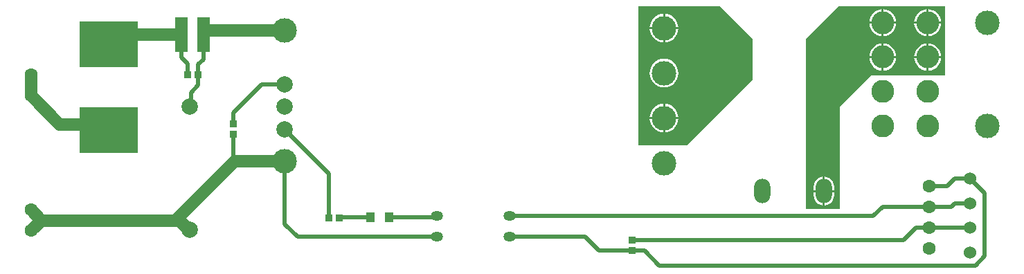
<source format=gbr>
%TF.GenerationSoftware,Altium Limited,Altium Designer,19.1.8 (144)*%
G04 Layer_Physical_Order=1*
G04 Layer_Color=255*
%FSLAX26Y26*%
%MOIN*%
%TF.FileFunction,Copper,L1,Top,Signal*%
%TF.Part,Single*%
G01*
G75*
%TA.AperFunction,SMDPad,CuDef*%
%ADD10R,0.098425X0.196850*%
%ADD11O,0.059055X0.047244*%
%ADD12R,0.043307X0.051181*%
%ADD13R,0.033465X0.037402*%
%ADD14R,0.062992X0.169291*%
%ADD15R,0.284646X0.220472*%
%ADD16R,0.037402X0.033465*%
%TA.AperFunction,Conductor*%
%ADD17C,0.019685*%
%ADD18C,0.059055*%
%ADD19C,0.078740*%
%TA.AperFunction,ComponentPad*%
%ADD20O,0.078740X0.118110*%
%ADD21C,0.118110*%
%ADD22C,0.110240*%
%ADD23C,0.060000*%
%ADD24C,0.062992*%
%ADD25C,0.118110*%
%ADD26C,0.078740*%
G36*
X5314961Y4803150D02*
Y4606299D01*
X5000000Y4291339D01*
X4763779D01*
Y4960630D01*
X5157480D01*
X5314961Y4803150D01*
D02*
G37*
G36*
X6240158Y4625984D02*
X5885827D01*
X5734312Y4474470D01*
Y3983622D01*
X5570866D01*
X5570866Y4803150D01*
X5728346Y4960630D01*
X6240158D01*
Y4625984D01*
D02*
G37*
%LPC*%
G36*
X4892992Y4923700D02*
Y4859803D01*
X4956889D01*
X4956048Y4868340D01*
X4952099Y4881357D01*
X4945687Y4893354D01*
X4937058Y4903869D01*
X4926543Y4912498D01*
X4914546Y4918910D01*
X4901529Y4922859D01*
X4892992Y4923700D01*
D02*
G37*
G36*
X4882992D02*
X4874455Y4922859D01*
X4861438Y4918910D01*
X4849441Y4912498D01*
X4838926Y4903869D01*
X4830297Y4893354D01*
X4823885Y4881357D01*
X4819936Y4868340D01*
X4819095Y4859803D01*
X4882992D01*
Y4923700D01*
D02*
G37*
G36*
X4956889Y4849803D02*
X4892992D01*
Y4785906D01*
X4901529Y4786747D01*
X4914546Y4790696D01*
X4926543Y4797108D01*
X4937058Y4805738D01*
X4945687Y4816252D01*
X4952099Y4828249D01*
X4956048Y4841266D01*
X4956889Y4849803D01*
D02*
G37*
G36*
X4882992D02*
X4819095D01*
X4819936Y4841266D01*
X4823885Y4828249D01*
X4830297Y4816252D01*
X4838926Y4805738D01*
X4849441Y4797108D01*
X4861438Y4790696D01*
X4874455Y4786747D01*
X4882992Y4785906D01*
Y4849803D01*
D02*
G37*
G36*
X4887992Y4707657D02*
X4874455Y4706324D01*
X4861438Y4702375D01*
X4849441Y4695963D01*
X4838926Y4687333D01*
X4830297Y4676818D01*
X4823885Y4664822D01*
X4819936Y4651805D01*
X4818603Y4638268D01*
X4819936Y4624730D01*
X4823885Y4611714D01*
X4830297Y4599717D01*
X4838926Y4589202D01*
X4849441Y4580573D01*
X4861438Y4574160D01*
X4874455Y4570212D01*
X4887992Y4568878D01*
X4901529Y4570212D01*
X4914546Y4574160D01*
X4926543Y4580573D01*
X4937058Y4589202D01*
X4945687Y4599717D01*
X4952099Y4611714D01*
X4956048Y4624730D01*
X4957381Y4638268D01*
X4956048Y4651805D01*
X4952099Y4664822D01*
X4945687Y4676818D01*
X4937058Y4687333D01*
X4926543Y4695963D01*
X4914546Y4702375D01*
X4901529Y4706324D01*
X4887992Y4707657D01*
D02*
G37*
G36*
X4892992Y4490629D02*
Y4426732D01*
X4956889D01*
X4956048Y4435270D01*
X4952099Y4448286D01*
X4945687Y4460283D01*
X4937058Y4470798D01*
X4926543Y4479427D01*
X4914546Y4485840D01*
X4901529Y4489788D01*
X4892992Y4490629D01*
D02*
G37*
G36*
X4882992D02*
X4874455Y4489788D01*
X4861438Y4485840D01*
X4849441Y4479427D01*
X4838926Y4470798D01*
X4830297Y4460283D01*
X4823885Y4448286D01*
X4819936Y4435270D01*
X4819095Y4426732D01*
X4882992D01*
Y4490629D01*
D02*
G37*
G36*
X4956889Y4416732D02*
X4892992D01*
Y4352836D01*
X4901529Y4353676D01*
X4914546Y4357625D01*
X4926543Y4364037D01*
X4937058Y4372667D01*
X4945687Y4383182D01*
X4952099Y4395178D01*
X4956048Y4408195D01*
X4956889Y4416732D01*
D02*
G37*
G36*
X4882992D02*
X4819095D01*
X4819936Y4408195D01*
X4823885Y4395178D01*
X4830297Y4383182D01*
X4838926Y4372667D01*
X4849441Y4364037D01*
X4861438Y4357625D01*
X4874455Y4353676D01*
X4882992Y4352836D01*
Y4416732D01*
D02*
G37*
G36*
X6162600Y4946003D02*
Y4886060D01*
X6222543D01*
X6221778Y4893826D01*
X6218054Y4906101D01*
X6212007Y4917414D01*
X6203870Y4927330D01*
X6193954Y4935467D01*
X6182641Y4941514D01*
X6170366Y4945238D01*
X6162600Y4946003D01*
D02*
G37*
G36*
X5946060D02*
Y4886060D01*
X6006003D01*
X6005238Y4893826D01*
X6001514Y4906101D01*
X5995467Y4917414D01*
X5987330Y4927330D01*
X5977414Y4935467D01*
X5966101Y4941514D01*
X5953826Y4945238D01*
X5946060Y4946003D01*
D02*
G37*
G36*
X6152600D02*
X6144834Y4945238D01*
X6132559Y4941514D01*
X6121246Y4935467D01*
X6111330Y4927330D01*
X6103193Y4917414D01*
X6097146Y4906101D01*
X6093422Y4893826D01*
X6092657Y4886060D01*
X6152600D01*
Y4946003D01*
D02*
G37*
G36*
X5936060D02*
X5928294Y4945238D01*
X5916019Y4941514D01*
X5904706Y4935467D01*
X5894790Y4927330D01*
X5886653Y4917414D01*
X5880606Y4906101D01*
X5876882Y4893826D01*
X5876117Y4886060D01*
X5936060D01*
Y4946003D01*
D02*
G37*
G36*
X6222543Y4876060D02*
X6162600D01*
Y4816117D01*
X6170366Y4816882D01*
X6182641Y4820606D01*
X6193954Y4826653D01*
X6203870Y4834790D01*
X6212007Y4844706D01*
X6218054Y4856019D01*
X6221778Y4868294D01*
X6222543Y4876060D01*
D02*
G37*
G36*
X6006003D02*
X5946060D01*
Y4816117D01*
X5953826Y4816882D01*
X5966101Y4820606D01*
X5977414Y4826653D01*
X5987330Y4834790D01*
X5995467Y4844706D01*
X6001514Y4856019D01*
X6005238Y4868294D01*
X6006003Y4876060D01*
D02*
G37*
G36*
X6152600D02*
X6092657D01*
X6093422Y4868294D01*
X6097146Y4856019D01*
X6103193Y4844706D01*
X6111330Y4834790D01*
X6121246Y4826653D01*
X6132559Y4820606D01*
X6144834Y4816882D01*
X6152600Y4816117D01*
Y4876060D01*
D02*
G37*
G36*
X5936060D02*
X5876117D01*
X5876882Y4868294D01*
X5880606Y4856019D01*
X5886653Y4844706D01*
X5894790Y4834790D01*
X5904706Y4826653D01*
X5916019Y4820606D01*
X5928294Y4816882D01*
X5936060Y4816117D01*
Y4876060D01*
D02*
G37*
G36*
X6162600Y4780653D02*
Y4720710D01*
X6222543D01*
X6221778Y4728476D01*
X6218054Y4740751D01*
X6212007Y4752064D01*
X6203870Y4761980D01*
X6193954Y4770117D01*
X6182641Y4776164D01*
X6170366Y4779888D01*
X6162600Y4780653D01*
D02*
G37*
G36*
X5946060D02*
Y4720710D01*
X6006003D01*
X6005238Y4728476D01*
X6001514Y4740751D01*
X5995467Y4752064D01*
X5987330Y4761980D01*
X5977414Y4770117D01*
X5966101Y4776164D01*
X5953826Y4779888D01*
X5946060Y4780653D01*
D02*
G37*
G36*
X6152600D02*
X6144834Y4779888D01*
X6132559Y4776164D01*
X6121246Y4770117D01*
X6111330Y4761980D01*
X6103193Y4752064D01*
X6097146Y4740751D01*
X6093422Y4728476D01*
X6092657Y4720710D01*
X6152600D01*
Y4780653D01*
D02*
G37*
G36*
X5936060D02*
X5928294Y4779888D01*
X5916019Y4776164D01*
X5904706Y4770117D01*
X5894790Y4761980D01*
X5886653Y4752064D01*
X5880606Y4740751D01*
X5876882Y4728476D01*
X5876117Y4720710D01*
X5936060D01*
Y4780653D01*
D02*
G37*
G36*
X6222543Y4710710D02*
X6162600D01*
Y4650767D01*
X6170366Y4651532D01*
X6182641Y4655256D01*
X6193954Y4661303D01*
X6203870Y4669440D01*
X6212007Y4679356D01*
X6218054Y4690669D01*
X6221778Y4702944D01*
X6222543Y4710710D01*
D02*
G37*
G36*
X6006003D02*
X5946060D01*
Y4650767D01*
X5953826Y4651532D01*
X5966101Y4655256D01*
X5977414Y4661303D01*
X5987330Y4669440D01*
X5995467Y4679356D01*
X6001514Y4690669D01*
X6005238Y4702944D01*
X6006003Y4710710D01*
D02*
G37*
G36*
X6152600D02*
X6092657D01*
X6093422Y4702944D01*
X6097146Y4690669D01*
X6103193Y4679356D01*
X6111330Y4669440D01*
X6121246Y4661303D01*
X6132559Y4655256D01*
X6144834Y4651532D01*
X6152600Y4650767D01*
Y4710710D01*
D02*
G37*
G36*
X5936060D02*
X5876117D01*
X5876882Y4702944D01*
X5880606Y4690669D01*
X5886653Y4679356D01*
X5894790Y4669440D01*
X5904706Y4661303D01*
X5916019Y4655256D01*
X5928294Y4651532D01*
X5936060Y4650767D01*
Y4710710D01*
D02*
G37*
G36*
X5662637Y4138823D02*
Y4075000D01*
X5707434D01*
Y4089685D01*
X5705737Y4102573D01*
X5700762Y4114583D01*
X5692849Y4124896D01*
X5682536Y4132810D01*
X5670526Y4137784D01*
X5662637Y4138823D01*
D02*
G37*
G36*
X5652637Y4138823D02*
X5644750Y4137784D01*
X5632740Y4132810D01*
X5622427Y4124896D01*
X5614513Y4114583D01*
X5609538Y4102573D01*
X5607842Y4089685D01*
Y4075000D01*
X5652637D01*
Y4138823D01*
D02*
G37*
G36*
Y4065000D02*
X5607842D01*
Y4050315D01*
X5609538Y4037427D01*
X5614513Y4025417D01*
X5622427Y4015104D01*
X5632740Y4007190D01*
X5644750Y4002216D01*
X5652637Y4001177D01*
Y4065000D01*
D02*
G37*
G36*
X5707434D02*
X5662637D01*
Y4001177D01*
X5670526Y4002216D01*
X5682536Y4007190D01*
X5692849Y4015104D01*
X5700762Y4025417D01*
X5705737Y4037427D01*
X5707434Y4050315D01*
Y4065000D01*
D02*
G37*
%LPD*%
D10*
X5651457Y4700000D02*
D03*
X5208543D02*
D03*
D11*
X3794803Y3950000D02*
D03*
Y3850000D02*
D03*
X4145197Y3950000D02*
D03*
Y3850000D02*
D03*
D12*
X3565276Y3945000D02*
D03*
X3474724D02*
D03*
D13*
X3274410Y3940000D02*
D03*
X3325591D02*
D03*
X2645590Y4630000D02*
D03*
X2594409D02*
D03*
D14*
X2670000Y4825000D02*
D03*
X2563701D02*
D03*
D15*
X2215000Y4365000D02*
D03*
Y4778386D02*
D03*
D16*
X4735107Y3833249D02*
D03*
Y3782068D02*
D03*
X2812988Y4395326D02*
D03*
Y4344145D02*
D03*
D17*
Y4224166D02*
X2822114Y4215039D01*
X2812988Y4224166D02*
Y4344145D01*
Y4395326D02*
Y4447016D01*
X2950303Y4584331D01*
X3062008D01*
X2645590Y4580077D02*
Y4630000D01*
X2609963Y4544449D02*
X2645590Y4580077D01*
X2609963Y4480514D02*
Y4544449D01*
X2605000Y4475551D02*
X2609963Y4480514D01*
X2564574Y4714617D02*
Y4824127D01*
X2563701Y4825000D02*
X2564574Y4824127D01*
Y4714617D02*
X2594409Y4684782D01*
Y4630000D02*
Y4684782D01*
X2645590Y4679560D02*
X2670000Y4703970D01*
Y4825000D01*
X2645590Y4630000D02*
Y4679560D01*
X3565276Y3945000D02*
X3789803D01*
X3794803Y3950000D01*
X3472224Y3942500D02*
X3474724Y3945000D01*
X3328091Y3942500D02*
X3472224D01*
X3325591Y3940000D02*
X3328091Y3942500D01*
X3274410Y3940000D02*
Y4155000D01*
X3062008Y4367402D02*
X3274410Y4155000D01*
X3123936Y3850000D02*
X3794803D01*
X3062008Y3911928D02*
X3123936Y3850000D01*
X3062008Y3911928D02*
Y4215039D01*
X6261168Y3895000D02*
X6262743Y3893425D01*
X6359921D01*
X6165000Y3895000D02*
X6261168D01*
X6040329Y3833249D02*
X6102080Y3895000D01*
X6165000D01*
X4735107Y3833249D02*
X6040329D01*
X6359921Y4129646D02*
X6430827Y4058740D01*
Y3755549D02*
Y4058740D01*
X6386985Y3711707D02*
X6430827Y3755549D01*
X4863695Y3711707D02*
X6386985D01*
X4575677Y3782068D02*
X4735107D01*
X4507745Y3850000D02*
X4575677Y3782068D01*
X4145197Y3850000D02*
X4507745D01*
X4793334Y3782068D02*
X4863695Y3711707D01*
X4735107Y3782068D02*
X4793334D01*
X6165000Y4095000D02*
X6252613D01*
X6287259Y4129646D01*
X6359921D01*
X5895067Y3950000D02*
X5940067Y3995000D01*
X4145197Y3950000D02*
X5895067D01*
X5940067Y3995000D02*
X6165000D01*
X6271085D01*
X6287620Y4011535D01*
X6359921D01*
D18*
X1892368Y3928697D02*
X2535772D01*
X2555976D01*
X2599673Y3885000D01*
X2605000D01*
X2822114Y4215039D02*
X3062008D01*
X2535772Y3928697D02*
X2822114Y4215039D01*
X1889762Y3928697D02*
X1892368D01*
X1841065Y3880000D02*
X1889762Y3928697D01*
X1840000Y3880000D02*
X1841065D01*
Y3980000D02*
X1892368Y3928697D01*
X1840000Y3980000D02*
X1841065D01*
X1978539Y4391461D02*
X2188539D01*
X2215000Y4365000D01*
X1840000Y4530000D02*
X1978539Y4391461D01*
X1840000Y4530000D02*
Y4630000D01*
X2215000Y4825000D02*
X2563701D01*
X2670000Y4844961D02*
X3062008D01*
X2670000Y4825000D02*
Y4844961D01*
D19*
X2215000Y4778386D02*
Y4825000D01*
D20*
X5657638Y4070000D02*
D03*
X5362362D02*
D03*
D21*
X6445000Y4881060D02*
D03*
Y4385000D02*
D03*
D22*
X5941060D02*
D03*
Y4550350D02*
D03*
Y4715710D02*
D03*
Y4881060D02*
D03*
X6157600Y4385000D02*
D03*
Y4550350D02*
D03*
Y4715710D02*
D03*
Y4881060D02*
D03*
D23*
X6359921Y4129646D02*
D03*
Y4011535D02*
D03*
Y3893425D02*
D03*
Y3775315D02*
D03*
D24*
X6165000Y3795000D02*
D03*
Y3895000D02*
D03*
Y3995000D02*
D03*
Y4095000D02*
D03*
X1840000Y4630000D02*
D03*
Y4530000D02*
D03*
Y3980000D02*
D03*
Y3880000D02*
D03*
D25*
X3062008Y4844961D02*
D03*
Y4215039D02*
D03*
X4887992Y4854803D02*
D03*
Y4638268D02*
D03*
Y4421732D02*
D03*
Y4205197D02*
D03*
D26*
X3062008Y4584331D02*
D03*
Y4475669D02*
D03*
Y4367402D02*
D03*
X2605000Y3885000D02*
D03*
Y4475551D02*
D03*
%TF.MD5,1ba798a56293c9aa402c0399c02406c9*%
M02*

</source>
